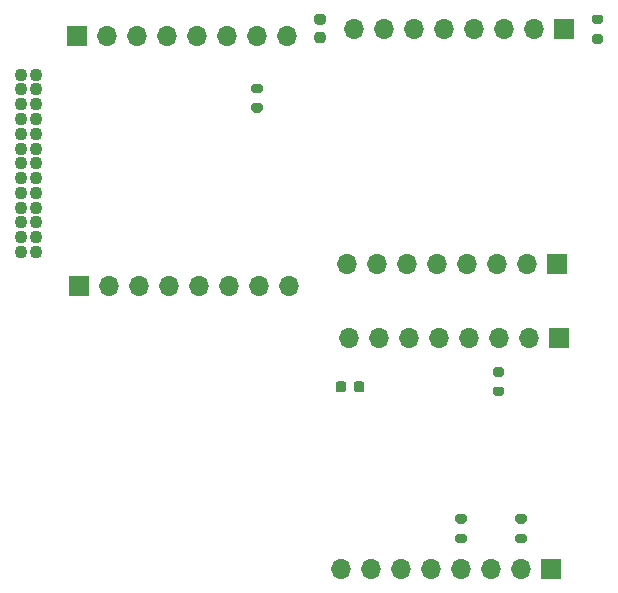
<source format=gbr>
%TF.GenerationSoftware,KiCad,Pcbnew,(5.1.10)-1*%
%TF.CreationDate,2022-11-26T16:24:08-06:00*%
%TF.ProjectId,perovskite_routing_board,7065726f-7673-46b6-9974-655f726f7574,A*%
%TF.SameCoordinates,Original*%
%TF.FileFunction,Soldermask,Top*%
%TF.FilePolarity,Negative*%
%FSLAX46Y46*%
G04 Gerber Fmt 4.6, Leading zero omitted, Abs format (unit mm)*
G04 Created by KiCad (PCBNEW (5.1.10)-1) date 2022-11-26 16:24:08*
%MOMM*%
%LPD*%
G01*
G04 APERTURE LIST*
%ADD10C,1.100000*%
%ADD11O,1.700000X1.700000*%
%ADD12R,1.700000X1.700000*%
G04 APERTURE END LIST*
%TO.C,C2*%
G36*
G01*
X144403000Y-79382500D02*
X144903000Y-79382500D01*
G75*
G02*
X145128000Y-79607500I0J-225000D01*
G01*
X145128000Y-80057500D01*
G75*
G02*
X144903000Y-80282500I-225000J0D01*
G01*
X144403000Y-80282500D01*
G75*
G02*
X144178000Y-80057500I0J225000D01*
G01*
X144178000Y-79607500D01*
G75*
G02*
X144403000Y-79382500I225000J0D01*
G01*
G37*
G36*
G01*
X144403000Y-77832500D02*
X144903000Y-77832500D01*
G75*
G02*
X145128000Y-78057500I0J-225000D01*
G01*
X145128000Y-78507500D01*
G75*
G02*
X144903000Y-78732500I-225000J0D01*
G01*
X144403000Y-78732500D01*
G75*
G02*
X144178000Y-78507500I0J225000D01*
G01*
X144178000Y-78057500D01*
G75*
G02*
X144403000Y-77832500I225000J0D01*
G01*
G37*
%TD*%
%TO.C,C1*%
G36*
G01*
X147518000Y-109660500D02*
X147518000Y-109160500D01*
G75*
G02*
X147743000Y-108935500I225000J0D01*
G01*
X148193000Y-108935500D01*
G75*
G02*
X148418000Y-109160500I0J-225000D01*
G01*
X148418000Y-109660500D01*
G75*
G02*
X148193000Y-109885500I-225000J0D01*
G01*
X147743000Y-109885500D01*
G75*
G02*
X147518000Y-109660500I0J225000D01*
G01*
G37*
G36*
G01*
X145968000Y-109660500D02*
X145968000Y-109160500D01*
G75*
G02*
X146193000Y-108935500I225000J0D01*
G01*
X146643000Y-108935500D01*
G75*
G02*
X146868000Y-109160500I0J-225000D01*
G01*
X146868000Y-109660500D01*
G75*
G02*
X146643000Y-109885500I-225000J0D01*
G01*
X146193000Y-109885500D01*
G75*
G02*
X145968000Y-109660500I0J225000D01*
G01*
G37*
%TD*%
%TO.C,R5*%
G36*
G01*
X160041000Y-108541000D02*
X159491000Y-108541000D01*
G75*
G02*
X159291000Y-108341000I0J200000D01*
G01*
X159291000Y-107941000D01*
G75*
G02*
X159491000Y-107741000I200000J0D01*
G01*
X160041000Y-107741000D01*
G75*
G02*
X160241000Y-107941000I0J-200000D01*
G01*
X160241000Y-108341000D01*
G75*
G02*
X160041000Y-108541000I-200000J0D01*
G01*
G37*
G36*
G01*
X160041000Y-110191000D02*
X159491000Y-110191000D01*
G75*
G02*
X159291000Y-109991000I0J200000D01*
G01*
X159291000Y-109591000D01*
G75*
G02*
X159491000Y-109391000I200000J0D01*
G01*
X160041000Y-109391000D01*
G75*
G02*
X160241000Y-109591000I0J-200000D01*
G01*
X160241000Y-109991000D01*
G75*
G02*
X160041000Y-110191000I-200000J0D01*
G01*
G37*
%TD*%
%TO.C,R4*%
G36*
G01*
X139594000Y-84538000D02*
X139044000Y-84538000D01*
G75*
G02*
X138844000Y-84338000I0J200000D01*
G01*
X138844000Y-83938000D01*
G75*
G02*
X139044000Y-83738000I200000J0D01*
G01*
X139594000Y-83738000D01*
G75*
G02*
X139794000Y-83938000I0J-200000D01*
G01*
X139794000Y-84338000D01*
G75*
G02*
X139594000Y-84538000I-200000J0D01*
G01*
G37*
G36*
G01*
X139594000Y-86188000D02*
X139044000Y-86188000D01*
G75*
G02*
X138844000Y-85988000I0J200000D01*
G01*
X138844000Y-85588000D01*
G75*
G02*
X139044000Y-85388000I200000J0D01*
G01*
X139594000Y-85388000D01*
G75*
G02*
X139794000Y-85588000I0J-200000D01*
G01*
X139794000Y-85988000D01*
G75*
G02*
X139594000Y-86188000I-200000J0D01*
G01*
G37*
%TD*%
%TO.C,R3*%
G36*
G01*
X168423000Y-78696000D02*
X167873000Y-78696000D01*
G75*
G02*
X167673000Y-78496000I0J200000D01*
G01*
X167673000Y-78096000D01*
G75*
G02*
X167873000Y-77896000I200000J0D01*
G01*
X168423000Y-77896000D01*
G75*
G02*
X168623000Y-78096000I0J-200000D01*
G01*
X168623000Y-78496000D01*
G75*
G02*
X168423000Y-78696000I-200000J0D01*
G01*
G37*
G36*
G01*
X168423000Y-80346000D02*
X167873000Y-80346000D01*
G75*
G02*
X167673000Y-80146000I0J200000D01*
G01*
X167673000Y-79746000D01*
G75*
G02*
X167873000Y-79546000I200000J0D01*
G01*
X168423000Y-79546000D01*
G75*
G02*
X168623000Y-79746000I0J-200000D01*
G01*
X168623000Y-80146000D01*
G75*
G02*
X168423000Y-80346000I-200000J0D01*
G01*
G37*
%TD*%
D10*
%TO.C,J7*%
X119354600Y-97981800D03*
X119354600Y-96731800D03*
X119354600Y-95481800D03*
X119354600Y-94231800D03*
X119354600Y-92981800D03*
X119354600Y-91731800D03*
X119354600Y-90481800D03*
X119354600Y-89231800D03*
X119354600Y-87981800D03*
X119354600Y-86731800D03*
X119354600Y-85481800D03*
X119354600Y-84231800D03*
X119354600Y-82981800D03*
X120604600Y-97981800D03*
X120604600Y-96731800D03*
X120604600Y-95481800D03*
X120604600Y-94231800D03*
X120604600Y-92981800D03*
X120604600Y-91731800D03*
X120604600Y-90481800D03*
X120604600Y-89231800D03*
X120604600Y-87981800D03*
X120604600Y-86731800D03*
X120604600Y-85481800D03*
X120604600Y-84231800D03*
X120604600Y-82981800D03*
%TD*%
D11*
%TO.C,J5*%
X146456400Y-124815600D03*
X148996400Y-124815600D03*
X151536400Y-124815600D03*
X154076400Y-124815600D03*
X156616400Y-124815600D03*
X159156400Y-124815600D03*
X161696400Y-124815600D03*
D12*
X164236400Y-124815600D03*
%TD*%
%TO.C,J4*%
X164744400Y-99009200D03*
D11*
X162204400Y-99009200D03*
X159664400Y-99009200D03*
X157124400Y-99009200D03*
X154584400Y-99009200D03*
X152044400Y-99009200D03*
X149504400Y-99009200D03*
X146964400Y-99009200D03*
%TD*%
D12*
%TO.C,J2*%
X124104400Y-79730600D03*
D11*
X126644400Y-79730600D03*
X129184400Y-79730600D03*
X131724400Y-79730600D03*
X134264400Y-79730600D03*
X136804400Y-79730600D03*
X139344400Y-79730600D03*
X141884400Y-79730600D03*
%TD*%
%TO.C,J3*%
X147523200Y-79070200D03*
X150063200Y-79070200D03*
X152603200Y-79070200D03*
X155143200Y-79070200D03*
X157683200Y-79070200D03*
X160223200Y-79070200D03*
X162763200Y-79070200D03*
D12*
X165303200Y-79070200D03*
%TD*%
%TO.C,J6*%
X164871400Y-105308400D03*
D11*
X162331400Y-105308400D03*
X159791400Y-105308400D03*
X157251400Y-105308400D03*
X154711400Y-105308400D03*
X152171400Y-105308400D03*
X149631400Y-105308400D03*
X147091400Y-105308400D03*
%TD*%
D12*
%TO.C,J1*%
X124269500Y-100901500D03*
D11*
X126809500Y-100901500D03*
X129349500Y-100901500D03*
X131889500Y-100901500D03*
X134429500Y-100901500D03*
X136969500Y-100901500D03*
X139509500Y-100901500D03*
X142049500Y-100901500D03*
%TD*%
%TO.C,R1*%
G36*
G01*
X161396000Y-120187000D02*
X161946000Y-120187000D01*
G75*
G02*
X162146000Y-120387000I0J-200000D01*
G01*
X162146000Y-120787000D01*
G75*
G02*
X161946000Y-120987000I-200000J0D01*
G01*
X161396000Y-120987000D01*
G75*
G02*
X161196000Y-120787000I0J200000D01*
G01*
X161196000Y-120387000D01*
G75*
G02*
X161396000Y-120187000I200000J0D01*
G01*
G37*
G36*
G01*
X161396000Y-121837000D02*
X161946000Y-121837000D01*
G75*
G02*
X162146000Y-122037000I0J-200000D01*
G01*
X162146000Y-122437000D01*
G75*
G02*
X161946000Y-122637000I-200000J0D01*
G01*
X161396000Y-122637000D01*
G75*
G02*
X161196000Y-122437000I0J200000D01*
G01*
X161196000Y-122037000D01*
G75*
G02*
X161396000Y-121837000I200000J0D01*
G01*
G37*
%TD*%
%TO.C,R2*%
G36*
G01*
X156316000Y-120187000D02*
X156866000Y-120187000D01*
G75*
G02*
X157066000Y-120387000I0J-200000D01*
G01*
X157066000Y-120787000D01*
G75*
G02*
X156866000Y-120987000I-200000J0D01*
G01*
X156316000Y-120987000D01*
G75*
G02*
X156116000Y-120787000I0J200000D01*
G01*
X156116000Y-120387000D01*
G75*
G02*
X156316000Y-120187000I200000J0D01*
G01*
G37*
G36*
G01*
X156316000Y-121837000D02*
X156866000Y-121837000D01*
G75*
G02*
X157066000Y-122037000I0J-200000D01*
G01*
X157066000Y-122437000D01*
G75*
G02*
X156866000Y-122637000I-200000J0D01*
G01*
X156316000Y-122637000D01*
G75*
G02*
X156116000Y-122437000I0J200000D01*
G01*
X156116000Y-122037000D01*
G75*
G02*
X156316000Y-121837000I200000J0D01*
G01*
G37*
%TD*%
M02*

</source>
